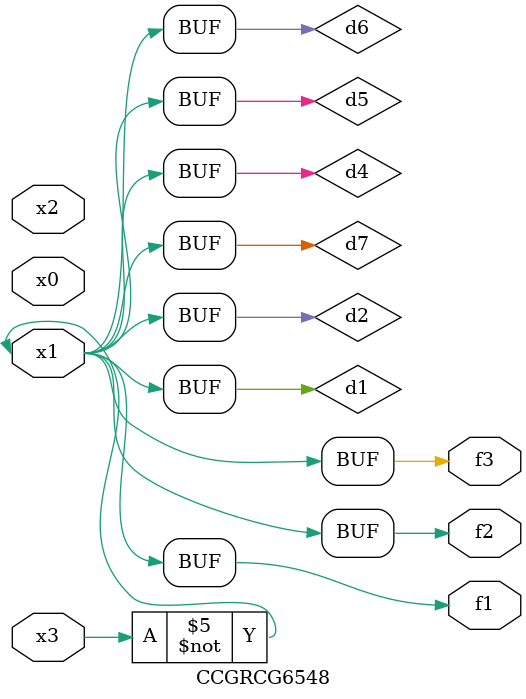
<source format=v>
module CCGRCG6548(
	input x0, x1, x2, x3,
	output f1, f2, f3
);

	wire d1, d2, d3, d4, d5, d6, d7;

	not (d1, x3);
	buf (d2, x1);
	xnor (d3, d1, d2);
	nor (d4, d1);
	buf (d5, d1, d2);
	buf (d6, d4, d5);
	nand (d7, d4);
	assign f1 = d6;
	assign f2 = d7;
	assign f3 = d6;
endmodule

</source>
